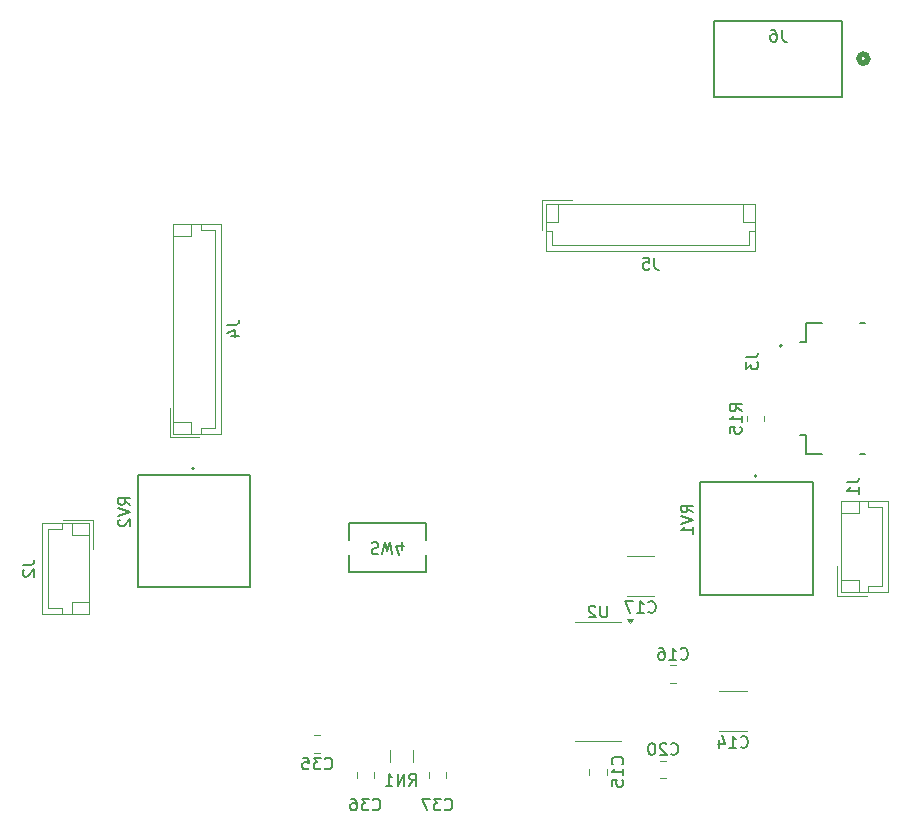
<source format=gbr>
%TF.GenerationSoftware,KiCad,Pcbnew,8.0.3*%
%TF.CreationDate,2024-10-26T03:20:47-07:00*%
%TF.ProjectId,test,74657374-2e6b-4696-9361-645f70636258,rev?*%
%TF.SameCoordinates,Original*%
%TF.FileFunction,Legend,Bot*%
%TF.FilePolarity,Positive*%
%FSLAX46Y46*%
G04 Gerber Fmt 4.6, Leading zero omitted, Abs format (unit mm)*
G04 Created by KiCad (PCBNEW 8.0.3) date 2024-10-26 03:20:47*
%MOMM*%
%LPD*%
G01*
G04 APERTURE LIST*
%ADD10C,0.150000*%
%ADD11C,0.127000*%
%ADD12C,0.200000*%
%ADD13C,0.120000*%
%ADD14C,0.152400*%
%ADD15C,0.508000*%
G04 APERTURE END LIST*
D10*
X140094819Y-108269761D02*
X139618628Y-107936428D01*
X140094819Y-107698333D02*
X139094819Y-107698333D01*
X139094819Y-107698333D02*
X139094819Y-108079285D01*
X139094819Y-108079285D02*
X139142438Y-108174523D01*
X139142438Y-108174523D02*
X139190057Y-108222142D01*
X139190057Y-108222142D02*
X139285295Y-108269761D01*
X139285295Y-108269761D02*
X139428152Y-108269761D01*
X139428152Y-108269761D02*
X139523390Y-108222142D01*
X139523390Y-108222142D02*
X139571009Y-108174523D01*
X139571009Y-108174523D02*
X139618628Y-108079285D01*
X139618628Y-108079285D02*
X139618628Y-107698333D01*
X139094819Y-108555476D02*
X140094819Y-108888809D01*
X140094819Y-108888809D02*
X139094819Y-109222142D01*
X139190057Y-109507857D02*
X139142438Y-109555476D01*
X139142438Y-109555476D02*
X139094819Y-109650714D01*
X139094819Y-109650714D02*
X139094819Y-109888809D01*
X139094819Y-109888809D02*
X139142438Y-109984047D01*
X139142438Y-109984047D02*
X139190057Y-110031666D01*
X139190057Y-110031666D02*
X139285295Y-110079285D01*
X139285295Y-110079285D02*
X139380533Y-110079285D01*
X139380533Y-110079285D02*
X139523390Y-110031666D01*
X139523390Y-110031666D02*
X140094819Y-109460238D01*
X140094819Y-109460238D02*
X140094819Y-110079285D01*
X187719819Y-108904761D02*
X187243628Y-108571428D01*
X187719819Y-108333333D02*
X186719819Y-108333333D01*
X186719819Y-108333333D02*
X186719819Y-108714285D01*
X186719819Y-108714285D02*
X186767438Y-108809523D01*
X186767438Y-108809523D02*
X186815057Y-108857142D01*
X186815057Y-108857142D02*
X186910295Y-108904761D01*
X186910295Y-108904761D02*
X187053152Y-108904761D01*
X187053152Y-108904761D02*
X187148390Y-108857142D01*
X187148390Y-108857142D02*
X187196009Y-108809523D01*
X187196009Y-108809523D02*
X187243628Y-108714285D01*
X187243628Y-108714285D02*
X187243628Y-108333333D01*
X186719819Y-109190476D02*
X187719819Y-109523809D01*
X187719819Y-109523809D02*
X186719819Y-109857142D01*
X187719819Y-110714285D02*
X187719819Y-110142857D01*
X187719819Y-110428571D02*
X186719819Y-110428571D01*
X186719819Y-110428571D02*
X186862676Y-110333333D01*
X186862676Y-110333333D02*
X186957914Y-110238095D01*
X186957914Y-110238095D02*
X187005533Y-110142857D01*
X186697857Y-121277079D02*
X186745476Y-121324699D01*
X186745476Y-121324699D02*
X186888333Y-121372318D01*
X186888333Y-121372318D02*
X186983571Y-121372318D01*
X186983571Y-121372318D02*
X187126428Y-121324699D01*
X187126428Y-121324699D02*
X187221666Y-121229460D01*
X187221666Y-121229460D02*
X187269285Y-121134222D01*
X187269285Y-121134222D02*
X187316904Y-120943746D01*
X187316904Y-120943746D02*
X187316904Y-120800889D01*
X187316904Y-120800889D02*
X187269285Y-120610413D01*
X187269285Y-120610413D02*
X187221666Y-120515175D01*
X187221666Y-120515175D02*
X187126428Y-120419937D01*
X187126428Y-120419937D02*
X186983571Y-120372318D01*
X186983571Y-120372318D02*
X186888333Y-120372318D01*
X186888333Y-120372318D02*
X186745476Y-120419937D01*
X186745476Y-120419937D02*
X186697857Y-120467556D01*
X185745476Y-121372318D02*
X186316904Y-121372318D01*
X186031190Y-121372318D02*
X186031190Y-120372318D01*
X186031190Y-120372318D02*
X186126428Y-120515175D01*
X186126428Y-120515175D02*
X186221666Y-120610413D01*
X186221666Y-120610413D02*
X186316904Y-120658032D01*
X184888333Y-120372318D02*
X185078809Y-120372318D01*
X185078809Y-120372318D02*
X185174047Y-120419937D01*
X185174047Y-120419937D02*
X185221666Y-120467556D01*
X185221666Y-120467556D02*
X185316904Y-120610413D01*
X185316904Y-120610413D02*
X185364523Y-120800889D01*
X185364523Y-120800889D02*
X185364523Y-121181841D01*
X185364523Y-121181841D02*
X185316904Y-121277079D01*
X185316904Y-121277079D02*
X185269285Y-121324699D01*
X185269285Y-121324699D02*
X185174047Y-121372318D01*
X185174047Y-121372318D02*
X184983571Y-121372318D01*
X184983571Y-121372318D02*
X184888333Y-121324699D01*
X184888333Y-121324699D02*
X184840714Y-121277079D01*
X184840714Y-121277079D02*
X184793095Y-121181841D01*
X184793095Y-121181841D02*
X184793095Y-120943746D01*
X184793095Y-120943746D02*
X184840714Y-120848508D01*
X184840714Y-120848508D02*
X184888333Y-120800889D01*
X184888333Y-120800889D02*
X184983571Y-120753270D01*
X184983571Y-120753270D02*
X185174047Y-120753270D01*
X185174047Y-120753270D02*
X185269285Y-120800889D01*
X185269285Y-120800889D02*
X185316904Y-120848508D01*
X185316904Y-120848508D02*
X185364523Y-120943746D01*
X160625357Y-134029580D02*
X160672976Y-134077200D01*
X160672976Y-134077200D02*
X160815833Y-134124819D01*
X160815833Y-134124819D02*
X160911071Y-134124819D01*
X160911071Y-134124819D02*
X161053928Y-134077200D01*
X161053928Y-134077200D02*
X161149166Y-133981961D01*
X161149166Y-133981961D02*
X161196785Y-133886723D01*
X161196785Y-133886723D02*
X161244404Y-133696247D01*
X161244404Y-133696247D02*
X161244404Y-133553390D01*
X161244404Y-133553390D02*
X161196785Y-133362914D01*
X161196785Y-133362914D02*
X161149166Y-133267676D01*
X161149166Y-133267676D02*
X161053928Y-133172438D01*
X161053928Y-133172438D02*
X160911071Y-133124819D01*
X160911071Y-133124819D02*
X160815833Y-133124819D01*
X160815833Y-133124819D02*
X160672976Y-133172438D01*
X160672976Y-133172438D02*
X160625357Y-133220057D01*
X160292023Y-133124819D02*
X159672976Y-133124819D01*
X159672976Y-133124819D02*
X160006309Y-133505771D01*
X160006309Y-133505771D02*
X159863452Y-133505771D01*
X159863452Y-133505771D02*
X159768214Y-133553390D01*
X159768214Y-133553390D02*
X159720595Y-133601009D01*
X159720595Y-133601009D02*
X159672976Y-133696247D01*
X159672976Y-133696247D02*
X159672976Y-133934342D01*
X159672976Y-133934342D02*
X159720595Y-134029580D01*
X159720595Y-134029580D02*
X159768214Y-134077200D01*
X159768214Y-134077200D02*
X159863452Y-134124819D01*
X159863452Y-134124819D02*
X160149166Y-134124819D01*
X160149166Y-134124819D02*
X160244404Y-134077200D01*
X160244404Y-134077200D02*
X160292023Y-134029580D01*
X158815833Y-133124819D02*
X159006309Y-133124819D01*
X159006309Y-133124819D02*
X159101547Y-133172438D01*
X159101547Y-133172438D02*
X159149166Y-133220057D01*
X159149166Y-133220057D02*
X159244404Y-133362914D01*
X159244404Y-133362914D02*
X159292023Y-133553390D01*
X159292023Y-133553390D02*
X159292023Y-133934342D01*
X159292023Y-133934342D02*
X159244404Y-134029580D01*
X159244404Y-134029580D02*
X159196785Y-134077200D01*
X159196785Y-134077200D02*
X159101547Y-134124819D01*
X159101547Y-134124819D02*
X158911071Y-134124819D01*
X158911071Y-134124819D02*
X158815833Y-134077200D01*
X158815833Y-134077200D02*
X158768214Y-134029580D01*
X158768214Y-134029580D02*
X158720595Y-133934342D01*
X158720595Y-133934342D02*
X158720595Y-133696247D01*
X158720595Y-133696247D02*
X158768214Y-133601009D01*
X158768214Y-133601009D02*
X158815833Y-133553390D01*
X158815833Y-133553390D02*
X158911071Y-133505771D01*
X158911071Y-133505771D02*
X159101547Y-133505771D01*
X159101547Y-133505771D02*
X159196785Y-133553390D01*
X159196785Y-133553390D02*
X159244404Y-133601009D01*
X159244404Y-133601009D02*
X159292023Y-133696247D01*
X160525367Y-111476800D02*
X160668224Y-111429180D01*
X160668224Y-111429180D02*
X160906319Y-111429180D01*
X160906319Y-111429180D02*
X161001557Y-111476800D01*
X161001557Y-111476800D02*
X161049176Y-111524419D01*
X161049176Y-111524419D02*
X161096795Y-111619657D01*
X161096795Y-111619657D02*
X161096795Y-111714895D01*
X161096795Y-111714895D02*
X161049176Y-111810133D01*
X161049176Y-111810133D02*
X161001557Y-111857752D01*
X161001557Y-111857752D02*
X160906319Y-111905371D01*
X160906319Y-111905371D02*
X160715843Y-111952990D01*
X160715843Y-111952990D02*
X160620605Y-112000609D01*
X160620605Y-112000609D02*
X160572986Y-112048228D01*
X160572986Y-112048228D02*
X160525367Y-112143466D01*
X160525367Y-112143466D02*
X160525367Y-112238704D01*
X160525367Y-112238704D02*
X160572986Y-112333942D01*
X160572986Y-112333942D02*
X160620605Y-112381561D01*
X160620605Y-112381561D02*
X160715843Y-112429180D01*
X160715843Y-112429180D02*
X160953938Y-112429180D01*
X160953938Y-112429180D02*
X161096795Y-112381561D01*
X161430129Y-112429180D02*
X161668224Y-111429180D01*
X161668224Y-111429180D02*
X161858700Y-112143466D01*
X161858700Y-112143466D02*
X162049176Y-111429180D01*
X162049176Y-111429180D02*
X162287272Y-112429180D01*
X163096795Y-112095847D02*
X163096795Y-111429180D01*
X162858700Y-112476800D02*
X162620605Y-111762514D01*
X162620605Y-111762514D02*
X163239652Y-111762514D01*
X163720976Y-132026819D02*
X164054309Y-131550628D01*
X164292404Y-132026819D02*
X164292404Y-131026819D01*
X164292404Y-131026819D02*
X163911452Y-131026819D01*
X163911452Y-131026819D02*
X163816214Y-131074438D01*
X163816214Y-131074438D02*
X163768595Y-131122057D01*
X163768595Y-131122057D02*
X163720976Y-131217295D01*
X163720976Y-131217295D02*
X163720976Y-131360152D01*
X163720976Y-131360152D02*
X163768595Y-131455390D01*
X163768595Y-131455390D02*
X163816214Y-131503009D01*
X163816214Y-131503009D02*
X163911452Y-131550628D01*
X163911452Y-131550628D02*
X164292404Y-131550628D01*
X163292404Y-132026819D02*
X163292404Y-131026819D01*
X163292404Y-131026819D02*
X162720976Y-132026819D01*
X162720976Y-132026819D02*
X162720976Y-131026819D01*
X161720976Y-132026819D02*
X162292404Y-132026819D01*
X162006690Y-132026819D02*
X162006690Y-131026819D01*
X162006690Y-131026819D02*
X162101928Y-131169676D01*
X162101928Y-131169676D02*
X162197166Y-131264914D01*
X162197166Y-131264914D02*
X162292404Y-131312533D01*
X166721357Y-134029580D02*
X166768976Y-134077200D01*
X166768976Y-134077200D02*
X166911833Y-134124819D01*
X166911833Y-134124819D02*
X167007071Y-134124819D01*
X167007071Y-134124819D02*
X167149928Y-134077200D01*
X167149928Y-134077200D02*
X167245166Y-133981961D01*
X167245166Y-133981961D02*
X167292785Y-133886723D01*
X167292785Y-133886723D02*
X167340404Y-133696247D01*
X167340404Y-133696247D02*
X167340404Y-133553390D01*
X167340404Y-133553390D02*
X167292785Y-133362914D01*
X167292785Y-133362914D02*
X167245166Y-133267676D01*
X167245166Y-133267676D02*
X167149928Y-133172438D01*
X167149928Y-133172438D02*
X167007071Y-133124819D01*
X167007071Y-133124819D02*
X166911833Y-133124819D01*
X166911833Y-133124819D02*
X166768976Y-133172438D01*
X166768976Y-133172438D02*
X166721357Y-133220057D01*
X166388023Y-133124819D02*
X165768976Y-133124819D01*
X165768976Y-133124819D02*
X166102309Y-133505771D01*
X166102309Y-133505771D02*
X165959452Y-133505771D01*
X165959452Y-133505771D02*
X165864214Y-133553390D01*
X165864214Y-133553390D02*
X165816595Y-133601009D01*
X165816595Y-133601009D02*
X165768976Y-133696247D01*
X165768976Y-133696247D02*
X165768976Y-133934342D01*
X165768976Y-133934342D02*
X165816595Y-134029580D01*
X165816595Y-134029580D02*
X165864214Y-134077200D01*
X165864214Y-134077200D02*
X165959452Y-134124819D01*
X165959452Y-134124819D02*
X166245166Y-134124819D01*
X166245166Y-134124819D02*
X166340404Y-134077200D01*
X166340404Y-134077200D02*
X166388023Y-134029580D01*
X165435642Y-133124819D02*
X164768976Y-133124819D01*
X164768976Y-133124819D02*
X165197547Y-134124819D01*
X185860357Y-129329580D02*
X185907976Y-129377200D01*
X185907976Y-129377200D02*
X186050833Y-129424819D01*
X186050833Y-129424819D02*
X186146071Y-129424819D01*
X186146071Y-129424819D02*
X186288928Y-129377200D01*
X186288928Y-129377200D02*
X186384166Y-129281961D01*
X186384166Y-129281961D02*
X186431785Y-129186723D01*
X186431785Y-129186723D02*
X186479404Y-128996247D01*
X186479404Y-128996247D02*
X186479404Y-128853390D01*
X186479404Y-128853390D02*
X186431785Y-128662914D01*
X186431785Y-128662914D02*
X186384166Y-128567676D01*
X186384166Y-128567676D02*
X186288928Y-128472438D01*
X186288928Y-128472438D02*
X186146071Y-128424819D01*
X186146071Y-128424819D02*
X186050833Y-128424819D01*
X186050833Y-128424819D02*
X185907976Y-128472438D01*
X185907976Y-128472438D02*
X185860357Y-128520057D01*
X185479404Y-128520057D02*
X185431785Y-128472438D01*
X185431785Y-128472438D02*
X185336547Y-128424819D01*
X185336547Y-128424819D02*
X185098452Y-128424819D01*
X185098452Y-128424819D02*
X185003214Y-128472438D01*
X185003214Y-128472438D02*
X184955595Y-128520057D01*
X184955595Y-128520057D02*
X184907976Y-128615295D01*
X184907976Y-128615295D02*
X184907976Y-128710533D01*
X184907976Y-128710533D02*
X184955595Y-128853390D01*
X184955595Y-128853390D02*
X185527023Y-129424819D01*
X185527023Y-129424819D02*
X184907976Y-129424819D01*
X184288928Y-128424819D02*
X184193690Y-128424819D01*
X184193690Y-128424819D02*
X184098452Y-128472438D01*
X184098452Y-128472438D02*
X184050833Y-128520057D01*
X184050833Y-128520057D02*
X184003214Y-128615295D01*
X184003214Y-128615295D02*
X183955595Y-128805771D01*
X183955595Y-128805771D02*
X183955595Y-129043866D01*
X183955595Y-129043866D02*
X184003214Y-129234342D01*
X184003214Y-129234342D02*
X184050833Y-129329580D01*
X184050833Y-129329580D02*
X184098452Y-129377200D01*
X184098452Y-129377200D02*
X184193690Y-129424819D01*
X184193690Y-129424819D02*
X184288928Y-129424819D01*
X184288928Y-129424819D02*
X184384166Y-129377200D01*
X184384166Y-129377200D02*
X184431785Y-129329580D01*
X184431785Y-129329580D02*
X184479404Y-129234342D01*
X184479404Y-129234342D02*
X184527023Y-129043866D01*
X184527023Y-129043866D02*
X184527023Y-128805771D01*
X184527023Y-128805771D02*
X184479404Y-128615295D01*
X184479404Y-128615295D02*
X184431785Y-128520057D01*
X184431785Y-128520057D02*
X184384166Y-128472438D01*
X184384166Y-128472438D02*
X184288928Y-128424819D01*
X200749819Y-106346666D02*
X201464104Y-106346666D01*
X201464104Y-106346666D02*
X201606961Y-106299047D01*
X201606961Y-106299047D02*
X201702200Y-106203809D01*
X201702200Y-106203809D02*
X201749819Y-106060952D01*
X201749819Y-106060952D02*
X201749819Y-105965714D01*
X201749819Y-107346666D02*
X201749819Y-106775238D01*
X201749819Y-107060952D02*
X200749819Y-107060952D01*
X200749819Y-107060952D02*
X200892676Y-106965714D01*
X200892676Y-106965714D02*
X200987914Y-106870476D01*
X200987914Y-106870476D02*
X201035533Y-106775238D01*
X181744580Y-130209641D02*
X181792200Y-130162022D01*
X181792200Y-130162022D02*
X181839819Y-130019165D01*
X181839819Y-130019165D02*
X181839819Y-129923927D01*
X181839819Y-129923927D02*
X181792200Y-129781070D01*
X181792200Y-129781070D02*
X181696961Y-129685832D01*
X181696961Y-129685832D02*
X181601723Y-129638213D01*
X181601723Y-129638213D02*
X181411247Y-129590594D01*
X181411247Y-129590594D02*
X181268390Y-129590594D01*
X181268390Y-129590594D02*
X181077914Y-129638213D01*
X181077914Y-129638213D02*
X180982676Y-129685832D01*
X180982676Y-129685832D02*
X180887438Y-129781070D01*
X180887438Y-129781070D02*
X180839819Y-129923927D01*
X180839819Y-129923927D02*
X180839819Y-130019165D01*
X180839819Y-130019165D02*
X180887438Y-130162022D01*
X180887438Y-130162022D02*
X180935057Y-130209641D01*
X181839819Y-131162022D02*
X181839819Y-130590594D01*
X181839819Y-130876308D02*
X180839819Y-130876308D01*
X180839819Y-130876308D02*
X180982676Y-130781070D01*
X180982676Y-130781070D02*
X181077914Y-130685832D01*
X181077914Y-130685832D02*
X181125533Y-130590594D01*
X180839819Y-132066784D02*
X180839819Y-131590594D01*
X180839819Y-131590594D02*
X181316009Y-131542975D01*
X181316009Y-131542975D02*
X181268390Y-131590594D01*
X181268390Y-131590594D02*
X181220771Y-131685832D01*
X181220771Y-131685832D02*
X181220771Y-131923927D01*
X181220771Y-131923927D02*
X181268390Y-132019165D01*
X181268390Y-132019165D02*
X181316009Y-132066784D01*
X181316009Y-132066784D02*
X181411247Y-132114403D01*
X181411247Y-132114403D02*
X181649342Y-132114403D01*
X181649342Y-132114403D02*
X181744580Y-132066784D01*
X181744580Y-132066784D02*
X181792200Y-132019165D01*
X181792200Y-132019165D02*
X181839819Y-131923927D01*
X181839819Y-131923927D02*
X181839819Y-131685832D01*
X181839819Y-131685832D02*
X181792200Y-131590594D01*
X181792200Y-131590594D02*
X181744580Y-131542975D01*
X130974819Y-113331666D02*
X131689104Y-113331666D01*
X131689104Y-113331666D02*
X131831961Y-113284047D01*
X131831961Y-113284047D02*
X131927200Y-113188809D01*
X131927200Y-113188809D02*
X131974819Y-113045952D01*
X131974819Y-113045952D02*
X131974819Y-112950714D01*
X131070057Y-113760238D02*
X131022438Y-113807857D01*
X131022438Y-113807857D02*
X130974819Y-113903095D01*
X130974819Y-113903095D02*
X130974819Y-114141190D01*
X130974819Y-114141190D02*
X131022438Y-114236428D01*
X131022438Y-114236428D02*
X131070057Y-114284047D01*
X131070057Y-114284047D02*
X131165295Y-114331666D01*
X131165295Y-114331666D02*
X131260533Y-114331666D01*
X131260533Y-114331666D02*
X131403390Y-114284047D01*
X131403390Y-114284047D02*
X131974819Y-113712619D01*
X131974819Y-113712619D02*
X131974819Y-114331666D01*
X180466904Y-116787318D02*
X180466904Y-117596841D01*
X180466904Y-117596841D02*
X180419285Y-117692079D01*
X180419285Y-117692079D02*
X180371666Y-117739699D01*
X180371666Y-117739699D02*
X180276428Y-117787318D01*
X180276428Y-117787318D02*
X180085952Y-117787318D01*
X180085952Y-117787318D02*
X179990714Y-117739699D01*
X179990714Y-117739699D02*
X179943095Y-117692079D01*
X179943095Y-117692079D02*
X179895476Y-117596841D01*
X179895476Y-117596841D02*
X179895476Y-116787318D01*
X179466904Y-116882556D02*
X179419285Y-116834937D01*
X179419285Y-116834937D02*
X179324047Y-116787318D01*
X179324047Y-116787318D02*
X179085952Y-116787318D01*
X179085952Y-116787318D02*
X178990714Y-116834937D01*
X178990714Y-116834937D02*
X178943095Y-116882556D01*
X178943095Y-116882556D02*
X178895476Y-116977794D01*
X178895476Y-116977794D02*
X178895476Y-117073032D01*
X178895476Y-117073032D02*
X178943095Y-117215889D01*
X178943095Y-117215889D02*
X179514523Y-117787318D01*
X179514523Y-117787318D02*
X178895476Y-117787318D01*
X195278333Y-68034819D02*
X195278333Y-68749104D01*
X195278333Y-68749104D02*
X195325952Y-68891961D01*
X195325952Y-68891961D02*
X195421190Y-68987200D01*
X195421190Y-68987200D02*
X195564047Y-69034819D01*
X195564047Y-69034819D02*
X195659285Y-69034819D01*
X194373571Y-68034819D02*
X194564047Y-68034819D01*
X194564047Y-68034819D02*
X194659285Y-68082438D01*
X194659285Y-68082438D02*
X194706904Y-68130057D01*
X194706904Y-68130057D02*
X194802142Y-68272914D01*
X194802142Y-68272914D02*
X194849761Y-68463390D01*
X194849761Y-68463390D02*
X194849761Y-68844342D01*
X194849761Y-68844342D02*
X194802142Y-68939580D01*
X194802142Y-68939580D02*
X194754523Y-68987200D01*
X194754523Y-68987200D02*
X194659285Y-69034819D01*
X194659285Y-69034819D02*
X194468809Y-69034819D01*
X194468809Y-69034819D02*
X194373571Y-68987200D01*
X194373571Y-68987200D02*
X194325952Y-68939580D01*
X194325952Y-68939580D02*
X194278333Y-68844342D01*
X194278333Y-68844342D02*
X194278333Y-68606247D01*
X194278333Y-68606247D02*
X194325952Y-68511009D01*
X194325952Y-68511009D02*
X194373571Y-68463390D01*
X194373571Y-68463390D02*
X194468809Y-68415771D01*
X194468809Y-68415771D02*
X194659285Y-68415771D01*
X194659285Y-68415771D02*
X194754523Y-68463390D01*
X194754523Y-68463390D02*
X194802142Y-68511009D01*
X194802142Y-68511009D02*
X194849761Y-68606247D01*
X191777857Y-128739580D02*
X191825476Y-128787200D01*
X191825476Y-128787200D02*
X191968333Y-128834819D01*
X191968333Y-128834819D02*
X192063571Y-128834819D01*
X192063571Y-128834819D02*
X192206428Y-128787200D01*
X192206428Y-128787200D02*
X192301666Y-128691961D01*
X192301666Y-128691961D02*
X192349285Y-128596723D01*
X192349285Y-128596723D02*
X192396904Y-128406247D01*
X192396904Y-128406247D02*
X192396904Y-128263390D01*
X192396904Y-128263390D02*
X192349285Y-128072914D01*
X192349285Y-128072914D02*
X192301666Y-127977676D01*
X192301666Y-127977676D02*
X192206428Y-127882438D01*
X192206428Y-127882438D02*
X192063571Y-127834819D01*
X192063571Y-127834819D02*
X191968333Y-127834819D01*
X191968333Y-127834819D02*
X191825476Y-127882438D01*
X191825476Y-127882438D02*
X191777857Y-127930057D01*
X190825476Y-128834819D02*
X191396904Y-128834819D01*
X191111190Y-128834819D02*
X191111190Y-127834819D01*
X191111190Y-127834819D02*
X191206428Y-127977676D01*
X191206428Y-127977676D02*
X191301666Y-128072914D01*
X191301666Y-128072914D02*
X191396904Y-128120533D01*
X189968333Y-128168152D02*
X189968333Y-128834819D01*
X190206428Y-127787200D02*
X190444523Y-128501485D01*
X190444523Y-128501485D02*
X189825476Y-128501485D01*
X191844819Y-100322142D02*
X191368628Y-99988809D01*
X191844819Y-99750714D02*
X190844819Y-99750714D01*
X190844819Y-99750714D02*
X190844819Y-100131666D01*
X190844819Y-100131666D02*
X190892438Y-100226904D01*
X190892438Y-100226904D02*
X190940057Y-100274523D01*
X190940057Y-100274523D02*
X191035295Y-100322142D01*
X191035295Y-100322142D02*
X191178152Y-100322142D01*
X191178152Y-100322142D02*
X191273390Y-100274523D01*
X191273390Y-100274523D02*
X191321009Y-100226904D01*
X191321009Y-100226904D02*
X191368628Y-100131666D01*
X191368628Y-100131666D02*
X191368628Y-99750714D01*
X191844819Y-101274523D02*
X191844819Y-100703095D01*
X191844819Y-100988809D02*
X190844819Y-100988809D01*
X190844819Y-100988809D02*
X190987676Y-100893571D01*
X190987676Y-100893571D02*
X191082914Y-100798333D01*
X191082914Y-100798333D02*
X191130533Y-100703095D01*
X190844819Y-102179285D02*
X190844819Y-101703095D01*
X190844819Y-101703095D02*
X191321009Y-101655476D01*
X191321009Y-101655476D02*
X191273390Y-101703095D01*
X191273390Y-101703095D02*
X191225771Y-101798333D01*
X191225771Y-101798333D02*
X191225771Y-102036428D01*
X191225771Y-102036428D02*
X191273390Y-102131666D01*
X191273390Y-102131666D02*
X191321009Y-102179285D01*
X191321009Y-102179285D02*
X191416247Y-102226904D01*
X191416247Y-102226904D02*
X191654342Y-102226904D01*
X191654342Y-102226904D02*
X191749580Y-102179285D01*
X191749580Y-102179285D02*
X191797200Y-102131666D01*
X191797200Y-102131666D02*
X191844819Y-102036428D01*
X191844819Y-102036428D02*
X191844819Y-101798333D01*
X191844819Y-101798333D02*
X191797200Y-101703095D01*
X191797200Y-101703095D02*
X191749580Y-101655476D01*
X156561357Y-130563580D02*
X156608976Y-130611200D01*
X156608976Y-130611200D02*
X156751833Y-130658819D01*
X156751833Y-130658819D02*
X156847071Y-130658819D01*
X156847071Y-130658819D02*
X156989928Y-130611200D01*
X156989928Y-130611200D02*
X157085166Y-130515961D01*
X157085166Y-130515961D02*
X157132785Y-130420723D01*
X157132785Y-130420723D02*
X157180404Y-130230247D01*
X157180404Y-130230247D02*
X157180404Y-130087390D01*
X157180404Y-130087390D02*
X157132785Y-129896914D01*
X157132785Y-129896914D02*
X157085166Y-129801676D01*
X157085166Y-129801676D02*
X156989928Y-129706438D01*
X156989928Y-129706438D02*
X156847071Y-129658819D01*
X156847071Y-129658819D02*
X156751833Y-129658819D01*
X156751833Y-129658819D02*
X156608976Y-129706438D01*
X156608976Y-129706438D02*
X156561357Y-129754057D01*
X156228023Y-129658819D02*
X155608976Y-129658819D01*
X155608976Y-129658819D02*
X155942309Y-130039771D01*
X155942309Y-130039771D02*
X155799452Y-130039771D01*
X155799452Y-130039771D02*
X155704214Y-130087390D01*
X155704214Y-130087390D02*
X155656595Y-130135009D01*
X155656595Y-130135009D02*
X155608976Y-130230247D01*
X155608976Y-130230247D02*
X155608976Y-130468342D01*
X155608976Y-130468342D02*
X155656595Y-130563580D01*
X155656595Y-130563580D02*
X155704214Y-130611200D01*
X155704214Y-130611200D02*
X155799452Y-130658819D01*
X155799452Y-130658819D02*
X156085166Y-130658819D01*
X156085166Y-130658819D02*
X156180404Y-130611200D01*
X156180404Y-130611200D02*
X156228023Y-130563580D01*
X154704214Y-129658819D02*
X155180404Y-129658819D01*
X155180404Y-129658819D02*
X155228023Y-130135009D01*
X155228023Y-130135009D02*
X155180404Y-130087390D01*
X155180404Y-130087390D02*
X155085166Y-130039771D01*
X155085166Y-130039771D02*
X154847071Y-130039771D01*
X154847071Y-130039771D02*
X154751833Y-130087390D01*
X154751833Y-130087390D02*
X154704214Y-130135009D01*
X154704214Y-130135009D02*
X154656595Y-130230247D01*
X154656595Y-130230247D02*
X154656595Y-130468342D01*
X154656595Y-130468342D02*
X154704214Y-130563580D01*
X154704214Y-130563580D02*
X154751833Y-130611200D01*
X154751833Y-130611200D02*
X154847071Y-130658819D01*
X154847071Y-130658819D02*
X155085166Y-130658819D01*
X155085166Y-130658819D02*
X155180404Y-130611200D01*
X155180404Y-130611200D02*
X155228023Y-130563580D01*
X148304819Y-93031666D02*
X149019104Y-93031666D01*
X149019104Y-93031666D02*
X149161961Y-92984047D01*
X149161961Y-92984047D02*
X149257200Y-92888809D01*
X149257200Y-92888809D02*
X149304819Y-92745952D01*
X149304819Y-92745952D02*
X149304819Y-92650714D01*
X148638152Y-93936428D02*
X149304819Y-93936428D01*
X148257200Y-93698333D02*
X148971485Y-93460238D01*
X148971485Y-93460238D02*
X148971485Y-94079285D01*
X183955357Y-117309580D02*
X184002976Y-117357200D01*
X184002976Y-117357200D02*
X184145833Y-117404819D01*
X184145833Y-117404819D02*
X184241071Y-117404819D01*
X184241071Y-117404819D02*
X184383928Y-117357200D01*
X184383928Y-117357200D02*
X184479166Y-117261961D01*
X184479166Y-117261961D02*
X184526785Y-117166723D01*
X184526785Y-117166723D02*
X184574404Y-116976247D01*
X184574404Y-116976247D02*
X184574404Y-116833390D01*
X184574404Y-116833390D02*
X184526785Y-116642914D01*
X184526785Y-116642914D02*
X184479166Y-116547676D01*
X184479166Y-116547676D02*
X184383928Y-116452438D01*
X184383928Y-116452438D02*
X184241071Y-116404819D01*
X184241071Y-116404819D02*
X184145833Y-116404819D01*
X184145833Y-116404819D02*
X184002976Y-116452438D01*
X184002976Y-116452438D02*
X183955357Y-116500057D01*
X183002976Y-117404819D02*
X183574404Y-117404819D01*
X183288690Y-117404819D02*
X183288690Y-116404819D01*
X183288690Y-116404819D02*
X183383928Y-116547676D01*
X183383928Y-116547676D02*
X183479166Y-116642914D01*
X183479166Y-116642914D02*
X183574404Y-116690533D01*
X182669642Y-116404819D02*
X182002976Y-116404819D01*
X182002976Y-116404819D02*
X182431547Y-117404819D01*
X192229819Y-95766666D02*
X192944104Y-95766666D01*
X192944104Y-95766666D02*
X193086961Y-95719047D01*
X193086961Y-95719047D02*
X193182200Y-95623809D01*
X193182200Y-95623809D02*
X193229819Y-95480952D01*
X193229819Y-95480952D02*
X193229819Y-95385714D01*
X192229819Y-96147619D02*
X192229819Y-96766666D01*
X192229819Y-96766666D02*
X192610771Y-96433333D01*
X192610771Y-96433333D02*
X192610771Y-96576190D01*
X192610771Y-96576190D02*
X192658390Y-96671428D01*
X192658390Y-96671428D02*
X192706009Y-96719047D01*
X192706009Y-96719047D02*
X192801247Y-96766666D01*
X192801247Y-96766666D02*
X193039342Y-96766666D01*
X193039342Y-96766666D02*
X193134580Y-96719047D01*
X193134580Y-96719047D02*
X193182200Y-96671428D01*
X193182200Y-96671428D02*
X193229819Y-96576190D01*
X193229819Y-96576190D02*
X193229819Y-96290476D01*
X193229819Y-96290476D02*
X193182200Y-96195238D01*
X193182200Y-96195238D02*
X193134580Y-96147619D01*
X184463333Y-87344819D02*
X184463333Y-88059104D01*
X184463333Y-88059104D02*
X184510952Y-88201961D01*
X184510952Y-88201961D02*
X184606190Y-88297200D01*
X184606190Y-88297200D02*
X184749047Y-88344819D01*
X184749047Y-88344819D02*
X184844285Y-88344819D01*
X183510952Y-87344819D02*
X183987142Y-87344819D01*
X183987142Y-87344819D02*
X184034761Y-87821009D01*
X184034761Y-87821009D02*
X183987142Y-87773390D01*
X183987142Y-87773390D02*
X183891904Y-87725771D01*
X183891904Y-87725771D02*
X183653809Y-87725771D01*
X183653809Y-87725771D02*
X183558571Y-87773390D01*
X183558571Y-87773390D02*
X183510952Y-87821009D01*
X183510952Y-87821009D02*
X183463333Y-87916247D01*
X183463333Y-87916247D02*
X183463333Y-88154342D01*
X183463333Y-88154342D02*
X183510952Y-88249580D01*
X183510952Y-88249580D02*
X183558571Y-88297200D01*
X183558571Y-88297200D02*
X183653809Y-88344819D01*
X183653809Y-88344819D02*
X183891904Y-88344819D01*
X183891904Y-88344819D02*
X183987142Y-88297200D01*
X183987142Y-88297200D02*
X184034761Y-88249580D01*
D11*
%TO.C,RV2*%
X140715000Y-105725000D02*
X150245000Y-105725000D01*
X140715000Y-115255000D02*
X140715000Y-105725000D01*
X150245000Y-115255000D02*
X140715000Y-115255000D01*
X150245000Y-105725000D02*
X150245000Y-115255000D01*
D12*
X145515000Y-105190000D02*
G75*
G02*
X145315000Y-105190000I-100000J0D01*
G01*
X145315000Y-105190000D02*
G75*
G02*
X145515000Y-105190000I100000J0D01*
G01*
D11*
%TO.C,RV1*%
X188340000Y-106360000D02*
X197870000Y-106360000D01*
X188340000Y-115890000D02*
X188340000Y-106360000D01*
X197870000Y-115890000D02*
X188340000Y-115890000D01*
X197870000Y-106360000D02*
X197870000Y-115890000D01*
D12*
X193140000Y-105825000D02*
G75*
G02*
X192940000Y-105825000I-100000J0D01*
G01*
X192940000Y-105825000D02*
G75*
G02*
X193140000Y-105825000I100000J0D01*
G01*
D13*
%TO.C,C16*%
X185793748Y-121862499D02*
X186316252Y-121862499D01*
X185793748Y-123332499D02*
X186316252Y-123332499D01*
%TO.C,C36*%
X159247500Y-130868748D02*
X159247500Y-131391252D01*
X160717500Y-130868748D02*
X160717500Y-131391252D01*
D14*
%TO.C,SW4*%
X158582100Y-109801200D02*
X158582100Y-111271860D01*
X158582100Y-112496140D02*
X158582100Y-113966800D01*
X158582100Y-113966800D02*
X165135300Y-113966800D01*
X165135300Y-109801200D02*
X158582100Y-109801200D01*
X165135300Y-111271860D02*
X165135300Y-109801200D01*
X165135300Y-113966800D02*
X165135300Y-112496140D01*
D13*
%TO.C,RN1*%
X162060500Y-130040000D02*
X162060500Y-129040000D01*
X164000500Y-130040000D02*
X164000500Y-129040000D01*
%TO.C,C37*%
X165343500Y-131391252D02*
X165343500Y-130868748D01*
X166813500Y-131391252D02*
X166813500Y-130868748D01*
%TO.C,C20*%
X184956248Y-129915000D02*
X185478752Y-129915000D01*
X184956248Y-131385000D02*
X185478752Y-131385000D01*
%TO.C,J1*%
X199955000Y-113440000D02*
X199955000Y-115940000D01*
X199955000Y-115940000D02*
X202455000Y-115940000D01*
X200255000Y-107920000D02*
X200255000Y-115640000D01*
X200255000Y-108920000D02*
X201755000Y-108920000D01*
X200255000Y-114640000D02*
X201755000Y-114640000D01*
X200255000Y-115640000D02*
X204275000Y-115640000D01*
X201755000Y-108920000D02*
X201755000Y-107920000D01*
X201755000Y-114640000D02*
X201755000Y-115640000D01*
X202565000Y-107920000D02*
X202565000Y-108420000D01*
X202565000Y-108420000D02*
X203775000Y-108420000D01*
X202565000Y-115140000D02*
X202565000Y-115640000D01*
X203775000Y-108420000D02*
X203775000Y-115140000D01*
X203775000Y-115140000D02*
X202565000Y-115140000D01*
X204275000Y-107920000D02*
X200255000Y-107920000D01*
X204275000Y-115640000D02*
X204275000Y-107920000D01*
%TO.C,C15*%
X178970000Y-130591247D02*
X178970000Y-131113751D01*
X180440000Y-130591247D02*
X180440000Y-131113751D01*
%TO.C,J2*%
X132610000Y-109805000D02*
X132610000Y-117525000D01*
X132610000Y-117525000D02*
X136630000Y-117525000D01*
X133110000Y-110305000D02*
X134320000Y-110305000D01*
X133110000Y-117025000D02*
X133110000Y-110305000D01*
X134320000Y-110305000D02*
X134320000Y-109805000D01*
X134320000Y-117025000D02*
X133110000Y-117025000D01*
X134320000Y-117525000D02*
X134320000Y-117025000D01*
X135130000Y-110805000D02*
X135130000Y-109805000D01*
X135130000Y-116525000D02*
X135130000Y-117525000D01*
X136630000Y-109805000D02*
X132610000Y-109805000D01*
X136630000Y-110805000D02*
X135130000Y-110805000D01*
X136630000Y-116525000D02*
X135130000Y-116525000D01*
X136630000Y-117525000D02*
X136630000Y-109805000D01*
X136930000Y-109505000D02*
X134430000Y-109505000D01*
X136930000Y-112005000D02*
X136930000Y-109505000D01*
%TO.C,U2*%
X177755000Y-118172499D02*
X179705000Y-118172499D01*
X177755000Y-128292499D02*
X179705000Y-128292499D01*
X181655000Y-118172499D02*
X179705000Y-118172499D01*
X181655000Y-128292499D02*
X179705000Y-128292499D01*
X182430000Y-118227499D02*
X182190000Y-117897499D01*
X182670000Y-117897499D01*
X182430000Y-118227499D01*
G36*
X182430000Y-118227499D02*
G01*
X182190000Y-117897499D01*
X182670000Y-117897499D01*
X182430000Y-118227499D01*
G37*
D14*
%TO.C,J6*%
X189508000Y-67257930D02*
X189508000Y-73711930D01*
X189508000Y-73711930D02*
X200382000Y-73711930D01*
X200382000Y-67257930D02*
X189508000Y-67257930D01*
X200382000Y-73711930D02*
X200382000Y-67257930D01*
D15*
X202541000Y-70485000D02*
G75*
G02*
X201779000Y-70485000I-381000J0D01*
G01*
X201779000Y-70485000D02*
G75*
G02*
X202541000Y-70485000I381000J0D01*
G01*
D13*
%TO.C,C14*%
X192296252Y-124020000D02*
X189973748Y-124020000D01*
X192296252Y-127440000D02*
X189973748Y-127440000D01*
%TO.C,R15*%
X192305000Y-101192064D02*
X192305000Y-100737936D01*
X193775000Y-101192064D02*
X193775000Y-100737936D01*
%TO.C,C35*%
X156179752Y-127789000D02*
X155657248Y-127789000D01*
X156179752Y-129259000D02*
X155657248Y-129259000D01*
%TO.C,J4*%
X143440000Y-100025000D02*
X143440000Y-102525000D01*
X143440000Y-102525000D02*
X145940000Y-102525000D01*
X143740000Y-84505000D02*
X143740000Y-102225000D01*
X143740000Y-85505000D02*
X145240000Y-85505000D01*
X143740000Y-101225000D02*
X145240000Y-101225000D01*
X143740000Y-102225000D02*
X147760000Y-102225000D01*
X145240000Y-85505000D02*
X145240000Y-84505000D01*
X145240000Y-101225000D02*
X145240000Y-102225000D01*
X146050000Y-84505000D02*
X146050000Y-85005000D01*
X146050000Y-85005000D02*
X147260000Y-85005000D01*
X146050000Y-101725000D02*
X146050000Y-102225000D01*
X147260000Y-85005000D02*
X147260000Y-101725000D01*
X147260000Y-101725000D02*
X146050000Y-101725000D01*
X147760000Y-84505000D02*
X143740000Y-84505000D01*
X147760000Y-102225000D02*
X147760000Y-84505000D01*
%TO.C,C17*%
X184473752Y-112590000D02*
X182151248Y-112590000D01*
X184473752Y-116010000D02*
X182151248Y-116010000D01*
D11*
%TO.C,J3*%
X196780000Y-94460000D02*
X197310000Y-94460000D01*
X197310000Y-92905000D02*
X198685000Y-92905000D01*
X197310000Y-94460000D02*
X197310000Y-92905000D01*
X197310000Y-102390000D02*
X196780000Y-102390000D01*
X197310000Y-103945000D02*
X197310000Y-102390000D01*
X198685000Y-103945000D02*
X197310000Y-103945000D01*
X201875000Y-92905000D02*
X202260000Y-92905000D01*
X201875000Y-103945000D02*
X202260000Y-103945000D01*
D12*
X195260000Y-94795000D02*
G75*
G02*
X195060000Y-94795000I-100000J0D01*
G01*
X195060000Y-94795000D02*
G75*
G02*
X195260000Y-94795000I100000J0D01*
G01*
D13*
%TO.C,J5*%
X174970000Y-82480000D02*
X174970000Y-84980000D01*
X175270000Y-82780000D02*
X175270000Y-86800000D01*
X175270000Y-86800000D02*
X192990000Y-86800000D01*
X175770000Y-85090000D02*
X175270000Y-85090000D01*
X175770000Y-86300000D02*
X175770000Y-85090000D01*
X176270000Y-82780000D02*
X176270000Y-84280000D01*
X176270000Y-84280000D02*
X175270000Y-84280000D01*
X177470000Y-82480000D02*
X174970000Y-82480000D01*
X191990000Y-82780000D02*
X191990000Y-84280000D01*
X191990000Y-84280000D02*
X192990000Y-84280000D01*
X192490000Y-85090000D02*
X192490000Y-86300000D01*
X192490000Y-86300000D02*
X175770000Y-86300000D01*
X192990000Y-82780000D02*
X175270000Y-82780000D01*
X192990000Y-85090000D02*
X192490000Y-85090000D01*
X192990000Y-86800000D02*
X192990000Y-82780000D01*
%TD*%
M02*

</source>
